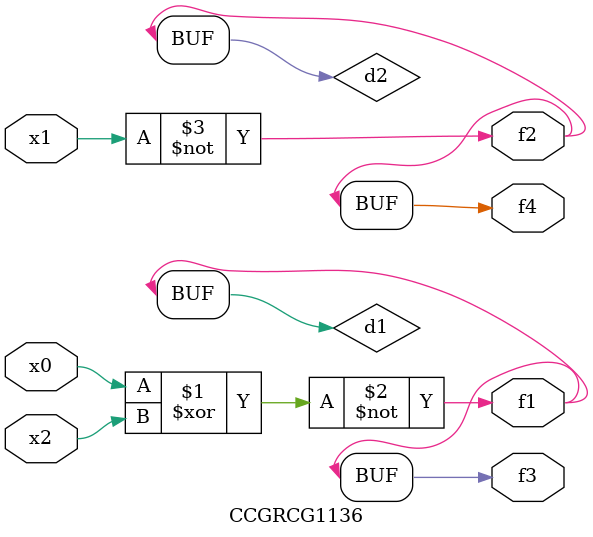
<source format=v>
module CCGRCG1136(
	input x0, x1, x2,
	output f1, f2, f3, f4
);

	wire d1, d2, d3;

	xnor (d1, x0, x2);
	nand (d2, x1);
	nor (d3, x1, x2);
	assign f1 = d1;
	assign f2 = d2;
	assign f3 = d1;
	assign f4 = d2;
endmodule

</source>
